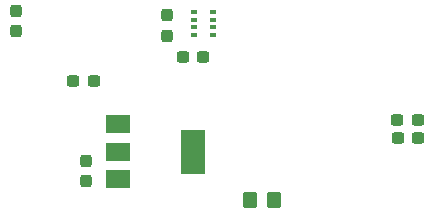
<source format=gbr>
%TF.GenerationSoftware,KiCad,Pcbnew,7.0.9*%
%TF.CreationDate,2025-06-07T20:58:59+05:30*%
%TF.ProjectId,flight_computer_rocketry,666c6967-6874-45f6-936f-6d7075746572,rev?*%
%TF.SameCoordinates,Original*%
%TF.FileFunction,Paste,Bot*%
%TF.FilePolarity,Positive*%
%FSLAX46Y46*%
G04 Gerber Fmt 4.6, Leading zero omitted, Abs format (unit mm)*
G04 Created by KiCad (PCBNEW 7.0.9) date 2025-06-07 20:58:59*
%MOMM*%
%LPD*%
G01*
G04 APERTURE LIST*
G04 Aperture macros list*
%AMRoundRect*
0 Rectangle with rounded corners*
0 $1 Rounding radius*
0 $2 $3 $4 $5 $6 $7 $8 $9 X,Y pos of 4 corners*
0 Add a 4 corners polygon primitive as box body*
4,1,4,$2,$3,$4,$5,$6,$7,$8,$9,$2,$3,0*
0 Add four circle primitives for the rounded corners*
1,1,$1+$1,$2,$3*
1,1,$1+$1,$4,$5*
1,1,$1+$1,$6,$7*
1,1,$1+$1,$8,$9*
0 Add four rect primitives between the rounded corners*
20,1,$1+$1,$2,$3,$4,$5,0*
20,1,$1+$1,$4,$5,$6,$7,0*
20,1,$1+$1,$6,$7,$8,$9,0*
20,1,$1+$1,$8,$9,$2,$3,0*%
G04 Aperture macros list end*
%ADD10RoundRect,0.237500X0.300000X0.237500X-0.300000X0.237500X-0.300000X-0.237500X0.300000X-0.237500X0*%
%ADD11RoundRect,0.250000X0.350000X0.450000X-0.350000X0.450000X-0.350000X-0.450000X0.350000X-0.450000X0*%
%ADD12R,0.500000X0.350000*%
%ADD13RoundRect,0.237500X-0.300000X-0.237500X0.300000X-0.237500X0.300000X0.237500X-0.300000X0.237500X0*%
%ADD14RoundRect,0.237500X0.237500X-0.300000X0.237500X0.300000X-0.237500X0.300000X-0.237500X-0.300000X0*%
%ADD15RoundRect,0.237500X-0.237500X0.300000X-0.237500X-0.300000X0.237500X-0.300000X0.237500X0.300000X0*%
%ADD16R,2.000000X1.500000*%
%ADD17R,2.000000X3.800000*%
G04 APERTURE END LIST*
D10*
%TO.C,C2*%
X107415500Y-72517000D03*
X105690500Y-72517000D03*
%TD*%
D11*
%TO.C,R5*%
X122682000Y-82550000D03*
X120682000Y-82550000D03*
%TD*%
D12*
%TO.C,U3*%
X117551000Y-68610000D03*
X117551000Y-67960000D03*
X117551000Y-67310000D03*
X117551000Y-66660000D03*
X115951000Y-66660000D03*
X115951000Y-67310000D03*
X115951000Y-67960000D03*
X115951000Y-68610000D03*
%TD*%
D13*
%TO.C,C8*%
X114961500Y-70485000D03*
X116686500Y-70485000D03*
%TD*%
D10*
%TO.C,C11*%
X134847500Y-75819000D03*
X133122500Y-75819000D03*
%TD*%
D14*
%TO.C,C1*%
X100838000Y-68299500D03*
X100838000Y-66574500D03*
%TD*%
D15*
%TO.C,C15*%
X106807000Y-79274500D03*
X106807000Y-80999500D03*
%TD*%
D10*
%TO.C,C18*%
X134898000Y-77340500D03*
X133173000Y-77340500D03*
%TD*%
D16*
%TO.C,U5*%
X109499000Y-80786000D03*
X109499000Y-78486000D03*
D17*
X115799000Y-78486000D03*
D16*
X109499000Y-76186000D03*
%TD*%
D14*
%TO.C,C6*%
X113665000Y-68680500D03*
X113665000Y-66955500D03*
%TD*%
M02*

</source>
